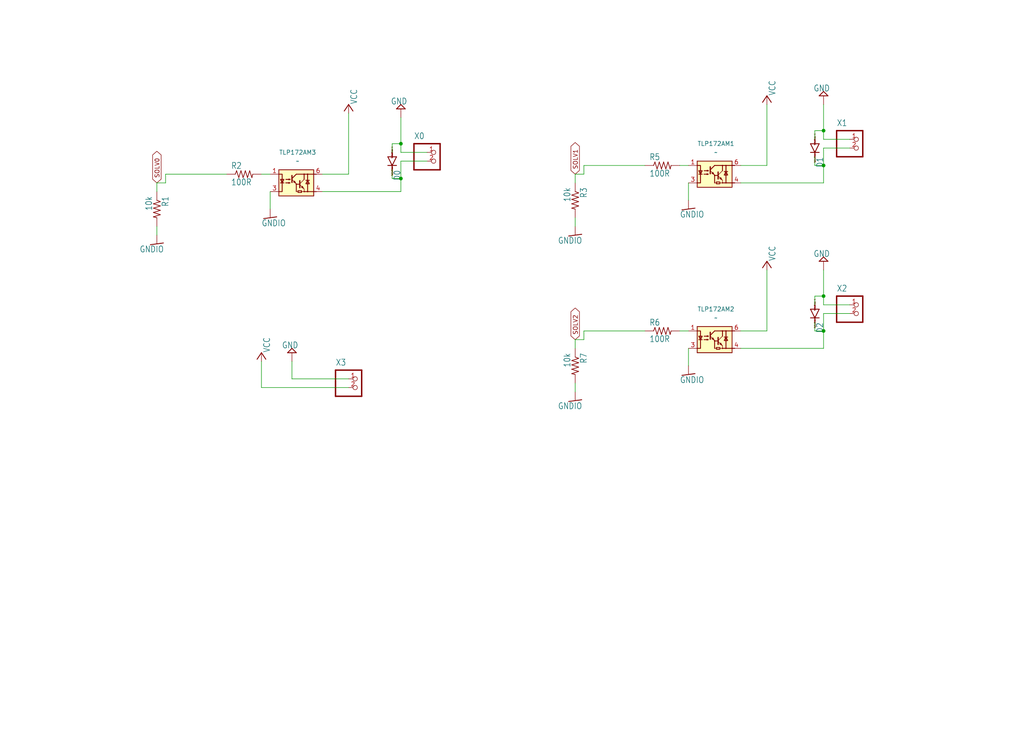
<source format=kicad_sch>
(kicad_sch (version 20231120) (generator "eeschema") (generator_version "8.0")
  (paper "User" 298.45 217.322)
  (lib_symbols
    (symbol "Isolator:TLP127" (pin_names (offset 1.016))
      (property "Reference" "U" (at -4.826 5.08 0))
      (property "Value" "TLP127" (at -5.207 -5.08 0))
      (symbol "TLP127_0_1"
        (rectangle (start -5.08 3.81) (end 5.08 -3.81) (stroke (width 0.254)) (fill (type background)))
        (rectangle (start 0 -2.54) (end 0.508 -2.54))
        (circle (center 0 -0.381) (radius 0.127))
        (rectangle (start 0 -0.254) (end 0 -2.54) (stroke (width 0.254)))
        (polyline (pts (xy -4.6228 0) (xy -3.6068 0)) (stroke (width 0.254)))
        (polyline (pts (xy -1.27 1.016) (xy 0 -0.254)))
        (polyline (pts (xy -1.27 1.27) (xy 0 2.54)) (stroke (width 0.254)))
        (polyline (pts (xy -1.27 2.159) (xy -1.27 0.127)) (stroke (width 0.3556)))
        (polyline (pts (xy 0 2.54) (xy 5.842 2.54)) (stroke (width 0.254)))
        (polyline (pts (xy 1.016 -0.508) (xy 2.286 -1.778)))
        (polyline (pts (xy 1.016 -0.381) (xy 0 -0.381)) (stroke (width 0.254)))
        (polyline (pts (xy 1.016 -0.254) (xy 2.286 1.016)))
        (polyline (pts (xy 2.286 -2.54) (xy 5.842 -2.54)) (stroke (width 0.254)))
        (polyline (pts (xy 2.286 -1.778) (xy 2.286 -2.54)))
        (polyline (pts (xy 2.286 1.016) (xy 2.286 2.54)) (stroke (width 0.254)))
        (polyline (pts (xy 2.794 0.762) (xy 3.81 0.762)) (stroke (width 0.254)))
        (polyline (pts (xy 3.302 -2.54) (xy 3.302 2.54)) (stroke (width 0.254)))
        (polyline (pts (xy 3.302 0.635) (xy 3.302 2.54)))
        (polyline (pts (xy 1.016 0.635) (xy 1.016 -1.397) (xy 1.016 -1.397)) (stroke (width 0.3556)))
        (polyline (pts (xy -5.08 2.54) (xy -4.1148 2.54) (xy -4.1148 -2.54) (xy -5.08 -2.54)) (stroke (width 0.254)))
        (polyline (pts (xy -4.1148 0) (xy -3.6068 1.016) (xy -4.6228 1.016) (xy -4.1148 0)) (stroke (width 0.254)))
        (polyline (pts (xy -0.254 0) (xy -0.508 0.508) (xy -0.762 0.254) (xy -0.254 0)) (stroke (width 0.254)))
        (polyline (pts (xy 2.032 -1.524) (xy 1.778 -1.016) (xy 1.524 -1.27) (xy 2.032 -1.524)) (stroke (width 0.254)))
        (polyline (pts (xy 3.302 0.762) (xy 2.794 -0.254) (xy 3.81 -0.254) (xy 3.302 0.762)) (stroke (width 0.254)))
        (polyline (pts (xy -3.0988 0) (xy -1.8288 0) (xy -2.2098 -0.127) (xy -2.2098 0.127) (xy -1.8288 0)) (stroke (width 0.254)))
        (polyline (pts (xy -3.048 1.016) (xy -1.778 1.016) (xy -2.159 0.889) (xy -2.159 1.143) (xy -1.778 1.016)) (stroke (width 0.254)))
        (rectangle (start 0.508 -2.286) (end 1.524 -2.794) (stroke (width 0.254)))
        (rectangle (start 1.524 -2.54) (end 2.286 -2.54))
        (circle (center 2.286 -2.54) (radius 0.127))
        (circle (center 2.286 2.54) (radius 0.127))
        (circle (center 3.302 -2.54) (radius 0.127))
        (circle (center 3.302 2.54) (radius 0.127))
      )
      (symbol "TLP127_1_1"
        (pin passive line (at -7.62 2.54 0) (length 2.54) (name "~") (number "1"))
        (pin passive line (at -7.62 -2.54 0) (length 2.54) (name "~") (number "3"))
        (pin passive line (at 7.62 -2.54 180) (length 2.54) (name "~") (number "4"))
        (pin open_collector line (at 7.62 2.54 180) (length 2.54) (name "~") (number "6"))
      )
    )
    (symbol "solenoid valve2020-eagle-import:DIODE-SOD123"
      (property "Reference" "D" (at 2.54 0.4826 0))
      (symbol "DIODE-SOD123_1_0"
        (polyline (pts (xy -1.27 -1.27) (xy 1.27 0)) (stroke (width 0.254)))
        (polyline (pts (xy -1.27 0) (xy -2.54 0)) (stroke (width 0.254)))
        (polyline (pts (xy -1.27 0) (xy -1.27 -1.27)) (stroke (width 0.254)))
        (polyline (pts (xy -1.27 1.27) (xy -1.27 0)) (stroke (width 0.254)))
        (polyline (pts (xy 1.27 0) (xy -1.27 1.27)) (stroke (width 0.254)))
        (polyline (pts (xy 1.27 0) (xy 1.27 -1.27)) (stroke (width 0.254)))
        (polyline (pts (xy 1.27 1.27) (xy 1.27 0)) (stroke (width 0.254)))
        (polyline (pts (xy 2.54 0) (xy 1.27 0)) (stroke (width 0.254)))
        (text "SpiceOrder 1" (at -2.54 0 0) (effects (font (size 0.4064 0.3454))))
        (text "SpiceOrder 2" (at 2.54 0 0) (effects (font (size 0.4064 0.3454))))
        (pin passive line (at -2.54 0 0) (length 0) (name "A") (number "A"))
        (pin passive line (at 2.54 0 180) (length 0) (name "C") (number "C"))
      )
    )
    (symbol "solenoid valve2020-eagle-import:GND" (power)
      (property "Value" "GND" (at -1.905 -3.175 0))
      (symbol "GND_1_0"
        (polyline (pts (xy -1.27 0) (xy 1.27 0)) (stroke (width 0.254)))
        (polyline (pts (xy 0 -1.27) (xy -1.27 0)) (stroke (width 0.254)))
        (polyline (pts (xy 1.27 0) (xy 0 -1.27)) (stroke (width 0.254)))
        (pin power_in line (at 0 2.54 270) (length 2.54) (name "GND") (number "1"))
      )
    )
    (symbol "solenoid valve2020-eagle-import:GNDIO" (power)
      (property "Value" "GNDIO" (at -2.54 -2.54 0))
      (symbol "GNDIO_1_0"
        (polyline (pts (xy -1.905 -0.254) (xy 1.905 0.254)) (stroke (width 0.254)))
        (pin power_in line (at 0 2.54 270) (length 2.54) (name "GNDIO") (number "1"))
      )
    )
    (symbol "solenoid valve2020-eagle-import:R-US_R0603"
      (property "Reference" "R" (at -3.81 1.4986 0))
      (symbol "R-US_R0603_1_0"
        (polyline (pts (xy -2.54 0) (xy -2.159 1.016)) (stroke (width 0.2032)))
        (polyline (pts (xy -2.159 1.016) (xy -1.524 -1.016)) (stroke (width 0.2032)))
        (polyline (pts (xy -1.524 -1.016) (xy -0.889 1.016)) (stroke (width 0.2032)))
        (polyline (pts (xy -0.889 1.016) (xy -0.254 -1.016)) (stroke (width 0.2032)))
        (polyline (pts (xy -0.254 -1.016) (xy 0.381 1.016)) (stroke (width 0.2032)))
        (polyline (pts (xy 0.381 1.016) (xy 1.016 -1.016)) (stroke (width 0.2032)))
        (polyline (pts (xy 1.016 -1.016) (xy 1.651 1.016)) (stroke (width 0.2032)))
        (polyline (pts (xy 1.651 1.016) (xy 2.286 -1.016)) (stroke (width 0.2032)))
        (polyline (pts (xy 2.286 -1.016) (xy 2.54 0)) (stroke (width 0.2032)))
        (pin passive line (at -5.08 0 0) (length 2.54) (name "1") (number "1"))
        (pin passive line (at 5.08 0 180) (length 2.54) (name "2") (number "2"))
      )
    )
    (symbol "solenoid valve2020-eagle-import:S2B-XASK-1"
      (property "Reference" "CN" (at -3.81 3.81 0))
      (symbol "S2B-XASK-1_1_0"
        (polyline (pts (xy -3.81 -5.08) (xy 3.81 -5.08)) (stroke (width 0.4064)))
        (polyline (pts (xy -3.81 2.54) (xy -3.81 -5.08)) (stroke (width 0.4064)))
        (polyline (pts (xy 3.81 -5.08) (xy 3.81 2.54)) (stroke (width 0.4064)))
        (polyline (pts (xy 3.81 2.54) (xy -3.81 2.54)) (stroke (width 0.4064)))
        (pin passive inverted (at 0 0 0) (length 2.54) (name "1") (number "1"))
        (pin passive inverted (at 0 -2.54 0) (length 2.54) (name "2") (number "2"))
      )
    )
    (symbol "solenoid valve2020-eagle-import:VCC" (power)
      (property "Value" "VCC" (at -2.54 -2.54 90))
      (symbol "VCC_1_0"
        (polyline (pts (xy 0 0) (xy -1.27 -1.905)) (stroke (width 0.254)))
        (polyline (pts (xy 1.27 -1.905) (xy 0 0)) (stroke (width 0.254)))
        (pin power_in line (at 0 -2.54 90) (length 2.54) (name "VCC") (number "1"))
      )
    )
  )
  (junction (at 240.03 86.36))
  (junction (at 240.03 48.26))
  (junction (at 240.03 38.1))
  (junction (at 116.84 52.07))
  (junction (at 116.84 41.91))
  (junction (at 240.03 96.52))
  (wire (pts (xy 170.18 50.8) (xy 167.64 50.8)) (stroke (width 0.1524)))
  (wire (pts (xy 85.09 105.41) (xy 85.09 110.49)))
  (wire (pts (xy 240.03 96.52) (xy 240.03 101.6)) (stroke (width 0.1524)))
  (wire (pts (xy 167.64 50.8) (xy 167.64 53.34)) (stroke (width 0.1524)))
  (wire (pts (xy 198.12 48.26) (xy 200.66 48.26)) (stroke (width 0.1524)))
  (wire (pts (xy 237.49 86.36) (xy 237.49 88.9)) (stroke (width 0.1524)))
  (wire (pts (xy 116.84 41.91) (xy 116.84 44.45)) (stroke (width 0.1524)))
  (wire (pts (xy 48.26 53.34) (xy 48.26 50.8)) (stroke (width 0.1524)))
  (wire (pts (xy 240.03 96.52) (xy 240.03 91.44)) (stroke (width 0.1524)))
  (wire (pts (xy 170.18 96.52) (xy 187.96 96.52)) (stroke (width 0.1524)))
  (wire (pts (xy 45.72 66.04) (xy 45.72 68.58)) (stroke (width 0.1524)))
  (wire (pts (xy 223.52 78.74) (xy 223.52 96.52)) (stroke (width 0.1524)))
  (wire (pts (xy 170.18 50.8) (xy 170.18 48.26)) (stroke (width 0.1524)))
  (wire (pts (xy 223.52 96.52) (xy 215.9 96.52)) (stroke (width 0.1524)))
  (wire (pts (xy 78.74 55.88) (xy 78.74 60.96)) (stroke (width 0.1524)))
  (wire (pts (xy 114.3 49.53) (xy 114.3 52.07)) (stroke (width 0.1524)))
  (wire (pts (xy 93.98 50.8) (xy 101.6 50.8)) (stroke (width 0.1524)))
  (wire (pts (xy 76.2 105.41) (xy 76.2 113.03)))
  (wire (pts (xy 170.18 99.06) (xy 170.18 96.52)) (stroke (width 0.1524)))
  (wire (pts (xy 170.18 48.26) (xy 187.96 48.26)) (stroke (width 0.1524)))
  (wire (pts (xy 240.03 101.6) (xy 215.9 101.6)) (stroke (width 0.1524)))
  (wire (pts (xy 48.26 50.8) (xy 66.04 50.8)) (stroke (width 0.1524)))
  (wire (pts (xy 48.26 53.34) (xy 45.72 53.34)) (stroke (width 0.1524)))
  (wire (pts (xy 237.49 96.52) (xy 240.03 96.52)) (stroke (width 0.1524)))
  (wire (pts (xy 124.46 46.99) (xy 116.84 46.99)) (stroke (width 0.1524)))
  (wire (pts (xy 240.03 40.64) (xy 247.65 40.64)) (stroke (width 0.1524)))
  (wire (pts (xy 116.84 44.45) (xy 124.46 44.45)) (stroke (width 0.1524)))
  (wire (pts (xy 223.52 48.26) (xy 215.9 48.26)))
  (wire (pts (xy 116.84 34.29) (xy 116.84 41.91)) (stroke (width 0.1524)))
  (wire (pts (xy 167.64 63.5) (xy 167.64 66.04)) (stroke (width 0.1524)))
  (wire (pts (xy 85.09 110.49) (xy 101.6 110.49)))
  (wire (pts (xy 116.84 52.07) (xy 116.84 55.88)) (stroke (width 0.1524)))
  (wire (pts (xy 240.03 53.34) (xy 215.9 53.34)) (stroke (width 0.1524)))
  (wire (pts (xy 76.2 113.03) (xy 101.6 113.03)))
  (wire (pts (xy 237.49 48.26) (xy 240.03 48.26)) (stroke (width 0.1524)))
  (wire (pts (xy 198.12 96.52) (xy 200.66 96.52)) (stroke (width 0.1524)))
  (wire (pts (xy 240.03 86.36) (xy 240.03 88.9)) (stroke (width 0.1524)))
  (wire (pts (xy 240.03 78.74) (xy 240.03 86.36)) (stroke (width 0.1524)))
  (wire (pts (xy 116.84 55.88) (xy 101.6 55.88)) (stroke (width 0.1524)))
  (wire (pts (xy 200.66 101.6) (xy 200.66 106.68)) (stroke (width 0.1524)))
  (wire (pts (xy 93.98 55.88) (xy 101.6 55.88)))
  (wire (pts (xy 223.52 30.48) (xy 223.52 48.26)))
  (wire (pts (xy 114.3 41.91) (xy 114.3 44.45)) (stroke (width 0.1524)))
  (wire (pts (xy 240.03 86.36) (xy 237.49 86.36)) (stroke (width 0.1524)))
  (wire (pts (xy 167.64 111.76) (xy 167.64 114.3)) (stroke (width 0.1524)))
  (wire (pts (xy 240.03 38.1) (xy 240.03 40.64)) (stroke (width 0.1524)))
  (wire (pts (xy 45.72 53.34) (xy 45.72 55.88)) (stroke (width 0.1524)))
  (wire (pts (xy 237.49 93.98) (xy 237.49 96.52)) (stroke (width 0.1524)))
  (wire (pts (xy 116.84 41.91) (xy 114.3 41.91)) (stroke (width 0.1524)))
  (wire (pts (xy 200.66 53.34) (xy 200.66 58.42)) (stroke (width 0.1524)))
  (wire (pts (xy 247.65 91.44) (xy 240.03 91.44)) (stroke (width 0.1524)))
  (wire (pts (xy 237.49 45.72) (xy 237.49 48.26)) (stroke (width 0.1524)))
  (wire (pts (xy 240.03 30.48) (xy 240.03 38.1)) (stroke (width 0.1524)))
  (wire (pts (xy 237.49 38.1) (xy 237.49 40.64)) (stroke (width 0.1524)))
  (wire (pts (xy 167.64 101.6) (xy 167.64 99.06)) (stroke (width 0.1524)))
  (wire (pts (xy 247.65 43.18) (xy 240.03 43.18)) (stroke (width 0.1524)))
  (wire (pts (xy 76.2 50.8) (xy 78.74 50.8)) (stroke (width 0.1524)))
  (wire (pts (xy 101.6 33.02) (xy 101.6 50.8)) (stroke (width 0.1524)))
  (wire (pts (xy 114.3 52.07) (xy 116.84 52.07)) (stroke (width 0.1524)))
  (wire (pts (xy 170.18 99.06) (xy 167.64 99.06)) (stroke (width 0.1524)))
  (wire (pts (xy 240.03 88.9) (xy 247.65 88.9)) (stroke (width 0.1524)))
  (wire (pts (xy 240.03 38.1) (xy 237.49 38.1)) (stroke (width 0.1524)))
  (wire (pts (xy 240.03 48.26) (xy 240.03 53.34)) (stroke (width 0.1524)))
  (wire (pts (xy 116.84 52.07) (xy 116.84 46.99)) (stroke (width 0.1524)))
  (wire (pts (xy 240.03 48.26) (xy 240.03 43.18)) (stroke (width 0.1524)))
  (global_label "SOLV0" (shape bidirectional) (at 45.72 53.34 90) (effects (font (size 1.2446 1.2446))) (property "Intersheetrefs" "${INTERSHEET_REFS}" (effects (hide yes))))
  (global_label "SOLV1" (shape bidirectional) (at 167.64 50.8 90) (effects (font (size 1.2446 1.2446))) (property "Intersheetrefs" "${INTERSHEET_REFS}" (effects (hide yes))))
  (global_label "SOLV2" (shape bidirectional) (at 167.64 99.06 90) (effects (font (size 1.2446 1.2446))) (property "Intersheetrefs" "${INTERSHEET_REFS}" (effects (hide yes))))
  (symbol (lib_id "solenoid valve2020-eagle-import:S2B-XASK-1") (at 247.65 40.64 0) (unit 1)
    (property "Reference" "X1" (at 243.84 36.83 0) (effects (font (size 1.778 1.5113)) (justify left bottom)))
    (property "Value" "S2B-XASK-1" (effects (hide yes)))
    (property "Footprint" "my_Library:S02BXASS1LFSN" (effects (hide yes)))
  )
  (symbol (lib_id "solenoid valve2020-eagle-import:GNDIO") (at 167.64 116.84 0) (unit 1)
    (property "Reference" "#GND06" (effects (hide yes)))
    (property "Value" "GNDIO" (at 162.56 119.38 0) (effects (font (size 1.778 1.5113)) (justify left bottom)))
  )
  (symbol (lib_id "solenoid valve2020-eagle-import:GND") (at 240.03 27.94 180) (unit 1)
    (property "Reference" "#SUPPLY03" (effects (hide yes)))
    (property "Value" "GND" (at 241.935 24.765 0) (effects (font (size 1.778 1.5113)) (justify left bottom)))
  )
  (symbol (lib_id "solenoid valve2020-eagle-import:R-US_R0603") (at 71.12 50.8 0) (unit 1)
    (property "Reference" "R2" (at 67.31 49.3014 0) (effects (font (size 1.778 1.5113)) (justify left bottom)))
    (property "Value" "100R" (at 67.31 54.102 0) (effects (font (size 1.778 1.5113)) (justify left bottom)))
    (property "Footprint" "Resistor_SMD:R_0603_1608Metric_Pad0.98x0.95mm_HandSolder" (effects (hide yes)))
  )
  (symbol (lib_id "solenoid valve2020-eagle-import:DIODE-SOD123") (at 237.49 91.44 270) (unit 1)
    (property "Reference" "D2" (at 237.9726 93.98 0) (effects (font (size 1.778 1.5113)) (justify left bottom)))
    (property "Value" "DIODE-SOD123" (effects (hide yes)))
    (property "Footprint" "Diode_SMD:D_0603_1608Metric_Pad1.05x0.95mm_HandSolder" (effects (hide yes)))
  )
  (symbol (lib_id "solenoid valve2020-eagle-import:GNDIO") (at 200.66 109.22 0) (unit 1)
    (property "Reference" "#GND07" (effects (hide yes)))
    (property "Value" "GNDIO" (at 198.12 111.76 0) (effects (font (size 1.778 1.5113)) (justify left bottom)))
  )
  (symbol (lib_id "solenoid valve2020-eagle-import:GNDIO") (at 78.74 63.5 0) (unit 1)
    (property "Reference" "#GND03" (effects (hide yes)))
    (property "Value" "GNDIO" (at 76.2 66.04 0) (effects (font (size 1.778 1.5113)) (justify left bottom)))
  )
  (symbol (lib_id "solenoid valve2020-eagle-import:VCC") (at 223.52 76.2 0) (unit 1)
    (property "Reference" "#P+04" (effects (hide yes)))
    (property "Value" "VCC" (at 226.06 76.2 90) (effects (font (size 1.778 1.5113)) (justify left bottom)))
  )
  (symbol (lib_id "solenoid valve2020-eagle-import:DIODE-SOD123") (at 237.49 43.18 270) (unit 1)
    (property "Reference" "D1" (at 237.9726 45.72 0) (effects (font (size 1.778 1.5113)) (justify left bottom)))
    (property "Value" "DIODE-SOD123" (effects (hide yes)))
    (property "Footprint" "Diode_SMD:D_0603_1608Metric_Pad1.05x0.95mm_HandSolder" (effects (hide yes)))
  )
  (symbol (lib_id "solenoid valve2020-eagle-import:GNDIO") (at 167.64 68.58 0) (unit 1)
    (property "Reference" "#GND01" (effects (hide yes)))
    (property "Value" "GNDIO" (at 162.56 71.12 0) (effects (font (size 1.778 1.5113)) (justify left bottom)))
  )
  (symbol (lib_id "solenoid valve2020-eagle-import:GND") (at 116.84 31.75 180) (unit 1)
    (property "Reference" "#SUPPLY017" (effects (hide yes)))
    (property "Value" "GND" (at 118.745 28.575 0) (effects (font (size 1.778 1.5113)) (justify left bottom)))
  )
  (symbol (lib_id "solenoid valve2020-eagle-import:VCC") (at 101.6 30.48 0) (unit 1)
    (property "Reference" "#P+01" (effects (hide yes)))
    (property "Value" "VCC" (at 104.14 30.48 90) (effects (font (size 1.778 1.5113)) (justify left bottom)))
  )
  (symbol (lib_id "solenoid valve2020-eagle-import:VCC") (at 223.52 27.94 0) (unit 1)
    (property "Reference" "#P+03" (effects (hide yes)))
    (property "Value" "VCC" (at 226.06 27.94 90) (effects (font (size 1.778 1.5113)) (justify left bottom)))
  )
  (symbol (lib_id "solenoid valve2020-eagle-import:DIODE-SOD123") (at 114.3 46.99 270) (unit 1)
    (property "Reference" "D0" (at 114.7826 49.53 0) (effects (font (size 1.778 1.5113)) (justify left bottom)))
    (property "Value" "DIODE-SOD123" (effects (hide yes)))
    (property "Footprint" "Diode_SMD:D_0603_1608Metric_Pad1.05x0.95mm_HandSolder" (effects (hide yes)))
  )
  (symbol (lib_id "solenoid valve2020-eagle-import:S2B-XASK-1") (at 101.6 110.49 0) (unit 1)
    (property "Reference" "X3" (at 97.79 106.68 0) (effects (font (size 1.778 1.5113)) (justify left bottom)))
    (property "Value" "S2B-XASK-1" (effects (hide yes)))
    (property "Footprint" "my_Library:S02BXASS1LFSN" (effects (hide yes)))
  )
  (symbol (lib_id "solenoid valve2020-eagle-import:GND") (at 85.09 102.87 180) (unit 1)
    (property "Reference" "#SUPPLY02" (effects (hide yes)))
    (property "Value" "GND" (at 86.995 99.695 0) (effects (font (size 1.778 1.5113)) (justify left bottom)))
  )
  (symbol (lib_id "solenoid valve2020-eagle-import:R-US_R0603") (at 45.72 60.96 270) (unit 1)
    (property "Reference" "R1" (at 47.2186 57.15 0) (effects (font (size 1.778 1.5113)) (justify left bottom)))
    (property "Value" "10k" (at 42.418 57.15 0) (effects (font (size 1.778 1.5113)) (justify left bottom)))
    (property "Footprint" "Resistor_SMD:R_0603_1608Metric_Pad0.98x0.95mm_HandSolder" (effects (hide yes)))
  )
  (symbol (lib_id "solenoid valve2020-eagle-import:S2B-XASK-1") (at 124.46 44.45 0) (unit 1)
    (property "Reference" "X0" (at 120.65 40.64 0) (effects (font (size 1.778 1.5113)) (justify left bottom)))
    (property "Value" "S2B-XASK-1" (effects (hide yes)))
    (property "Footprint" "my_Library:S02BXASS1LFSN" (effects (hide yes)))
  )
  (symbol (lib_id "solenoid valve2020-eagle-import:GNDIO") (at 200.66 60.96 0) (unit 1)
    (property "Reference" "#GND05" (effects (hide yes)))
    (property "Value" "GNDIO" (at 198.12 63.5 0) (effects (font (size 1.778 1.5113)) (justify left bottom)))
  )
  (symbol (lib_id "solenoid valve2020-eagle-import:GND") (at 240.03 76.2 180) (unit 1)
    (property "Reference" "#SUPPLY05" (effects (hide yes)))
    (property "Value" "GND" (at 241.935 73.025 0) (effects (font (size 1.778 1.5113)) (justify left bottom)))
  )
  (symbol (lib_id "solenoid valve2020-eagle-import:R-US_R0603") (at 167.64 106.68 270) (unit 1)
    (property "Reference" "R7" (at 169.1386 102.87 0) (effects (font (size 1.778 1.5113)) (justify left bottom)))
    (property "Value" "10k" (at 164.338 102.87 0) (effects (font (size 1.778 1.5113)) (justify left bottom)))
    (property "Footprint" "Resistor_SMD:R_0603_1608Metric_Pad0.98x0.95mm_HandSolder" (effects (hide yes)))
  )
  (symbol (lib_id "solenoid valve2020-eagle-import:R-US_R0603") (at 193.04 96.52 0) (unit 1)
    (property "Reference" "R6" (at 189.23 95.0214 0) (effects (font (size 1.778 1.5113)) (justify left bottom)))
    (property "Value" "100R" (at 189.23 99.822 0) (effects (font (size 1.778 1.5113)) (justify left bottom)))
    (property "Footprint" "Resistor_SMD:R_0603_1608Metric_Pad0.98x0.95mm_HandSolder" (effects (hide yes)))
  )
  (symbol (lib_id "solenoid valve2020-eagle-import:S2B-XASK-1") (at 247.65 88.9 0) (unit 1)
    (property "Reference" "X2" (at 243.84 85.09 0) (effects (font (size 1.778 1.5113)) (justify left bottom)))
    (property "Value" "S2B-XASK-1" (effects (hide yes)))
    (property "Footprint" "my_Library:S02BXASS1LFSN" (effects (hide yes)))
  )
  (symbol (lib_id "Isolator:TLP127") (at 208.28 50.8 0) (unit 1)
    (property "Reference" "TLP172AM1" (at 208.661 41.91 0))
    (property "Value" "~" (at 208.661 44.45 0))
    (property "Footprint" "my_Library:11-4M1S" (effects (hide yes)))
    (property "Datasheet" "https://toshiba.semicon-storage.com/info/docget.jsp?did=16902&prodName=TLP127" (effects (hide yes)))
    (property "Description" "DC Darlington Optocoupler, Vce 300V, CTR 1000%, MFSOP4" (effects (hide yes)))
  )
  (symbol (lib_id "Isolator:TLP127") (at 86.36 53.34 0) (unit 1)
    (property "Reference" "TLP172AM3" (at 86.741 44.45 0))
    (property "Value" "~" (at 86.741 46.99 0))
    (property "Footprint" "my_Library:11-4M1S" (effects (hide yes)))
    (property "Datasheet" "https://toshiba.semicon-storage.com/info/docget.jsp?did=16902&prodName=TLP127" (effects (hide yes)))
    (property "Description" "DC Darlington Optocoupler, Vce 300V, CTR 1000%, MFSOP4" (effects (hide yes)))
  )
  (symbol (lib_id "solenoid valve2020-eagle-import:GNDIO") (at 45.72 71.12 0) (unit 1)
    (property "Reference" "#GND02" (effects (hide yes)))
    (property "Value" "GNDIO" (at 40.64 73.66 0) (effects (font (size 1.778 1.5113)) (justify left bottom)))
  )
  (symbol (lib_id "solenoid valve2020-eagle-import:R-US_R0603") (at 193.04 48.26 0) (unit 1)
    (property "Reference" "R5" (at 189.23 46.7614 0) (effects (font (size 1.778 1.5113)) (justify left bottom)))
    (property "Value" "100R" (at 189.23 51.562 0) (effects (font (size 1.778 1.5113)) (justify left bottom)))
    (property "Footprint" "Resistor_SMD:R_0603_1608Metric_Pad0.98x0.95mm_HandSolder" (effects (hide yes)))
  )
  (symbol (lib_id "Isolator:TLP127") (at 208.28 99.06 0) (unit 1)
    (property "Reference" "TLP172AM2" (at 208.661 90.17 0))
    (property "Value" "~" (at 208.661 92.71 0))
    (property "Footprint" "my_Library:11-4M1S" (effects (hide yes)))
    (property "Datasheet" "https://toshiba.semicon-storage.com/info/docget.jsp?did=16902&prodName=TLP127" (effects (hide yes)))
    (property "Description" "DC Darlington Optocoupler, Vce 300V, CTR 1000%, MFSOP4" (effects (hide yes)))
  )
  (symbol (lib_id "solenoid valve2020-eagle-import:R-US_R0603") (at 167.64 58.42 270) (unit 1)
    (property "Reference" "R3" (at 169.1386 54.61 0) (effects (font (size 1.778 1.5113)) (justify left bottom)))
    (property "Value" "10k" (at 164.338 54.61 0) (effects (font (size 1.778 1.5113)) (justify left bottom)))
    (property "Footprint" "Resistor_SMD:R_0603_1608Metric_Pad0.98x0.95mm_HandSolder" (effects (hide yes)))
  )
  (symbol (lib_id "solenoid valve2020-eagle-import:VCC") (at 76.2 102.87 0) (unit 1)
    (property "Reference" "#P+06" (effects (hide yes)))
    (property "Value" "VCC" (at 78.74 102.87 90) (effects (font (size 1.778 1.5113)) (justify left bottom)))
  )
)
</source>
